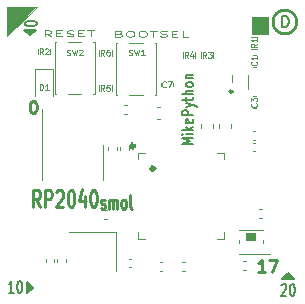
<source format=gbr>
%TF.GenerationSoftware,KiCad,Pcbnew,(5.99.0-13244-g73f40b11ee)*%
%TF.CreationDate,2021-12-16T18:40:11-08:00*%
%TF.ProjectId,MiniMike_RP2040,4d696e69-4d69-46b6-955f-525032303430,rev?*%
%TF.SameCoordinates,Original*%
%TF.FileFunction,Legend,Top*%
%TF.FilePolarity,Positive*%
%FSLAX46Y46*%
G04 Gerber Fmt 4.6, Leading zero omitted, Abs format (unit mm)*
G04 Created by KiCad (PCBNEW (5.99.0-13244-g73f40b11ee)) date 2021-12-16 18:40:11*
%MOMM*%
%LPD*%
G01*
G04 APERTURE LIST*
%ADD10C,0.010000*%
%ADD11C,0.200000*%
%ADD12C,0.150000*%
%ADD13C,0.250000*%
%ADD14C,0.125000*%
%ADD15C,0.120000*%
%ADD16C,0.050000*%
%ADD17C,0.240278*%
%ADD18C,0.342843*%
G04 APERTURE END LIST*
D10*
X126600000Y-99100000D02*
X126600000Y-96600000D01*
X126600000Y-96600000D02*
X129100000Y-96600000D01*
X129100000Y-96600000D02*
X126600000Y-99100000D01*
G36*
X126600000Y-99100000D02*
G01*
X126600000Y-96600000D01*
X129100000Y-96600000D01*
X126600000Y-99100000D01*
G37*
X126600000Y-99100000D02*
X126600000Y-96600000D01*
X129100000Y-96600000D01*
X126600000Y-99100000D01*
D11*
X128040002Y-98532000D02*
X128540002Y-99031998D01*
X128540002Y-99031998D02*
X129040000Y-98532000D01*
X129040000Y-98532000D02*
X128040002Y-98532000D01*
G36*
X128540002Y-99031998D02*
G01*
X128040002Y-98532000D01*
X129040000Y-98532000D01*
X128540002Y-99031998D01*
G37*
X128540002Y-99031998D02*
X128040002Y-98532000D01*
X129040000Y-98532000D01*
X128540002Y-99031998D01*
D10*
X147300000Y-98900000D02*
X148700000Y-98900000D01*
X148700000Y-98900000D02*
X148700000Y-97500000D01*
X148700000Y-97500000D02*
X147300000Y-97500000D01*
X147300000Y-97500000D02*
X147300000Y-98900000D01*
G36*
X147300000Y-98900000D02*
G01*
X148700000Y-98900000D01*
X148700000Y-97500000D01*
X147300000Y-97500000D01*
X147300000Y-98900000D01*
G37*
D11*
X150876000Y-119630000D02*
X150376000Y-119130000D01*
X150376000Y-119130000D02*
X149876000Y-119630000D01*
X149876000Y-119630000D02*
X150876000Y-119630000D01*
G36*
X150876000Y-119630000D02*
G01*
X149876000Y-119630000D01*
X150376000Y-119130000D01*
X150876000Y-119630000D01*
G37*
X150876000Y-119630000D02*
X149876000Y-119630000D01*
X150376000Y-119130000D01*
X150876000Y-119630000D01*
X128286001Y-120875999D02*
X128786000Y-120376000D01*
X128786000Y-120376000D02*
X128286001Y-119875999D01*
X128286001Y-119875999D02*
X128286001Y-120875999D01*
G36*
X128786000Y-120376000D02*
G01*
X128286001Y-120875999D01*
X128286001Y-119875999D01*
X128786000Y-120376000D01*
G37*
X128786000Y-120376000D02*
X128286001Y-120875999D01*
X128286001Y-119875999D01*
X128786000Y-120376000D01*
D12*
X127143142Y-120828379D02*
X126714571Y-120828379D01*
X126928857Y-120828379D02*
X126928857Y-119828379D01*
X126857428Y-119971237D01*
X126786000Y-120066475D01*
X126714571Y-120114094D01*
X127607428Y-119828379D02*
X127678857Y-119828379D01*
X127750285Y-119875999D01*
X127786000Y-119923618D01*
X127821714Y-120018856D01*
X127857428Y-120209332D01*
X127857428Y-120447427D01*
X127821714Y-120637903D01*
X127786000Y-120733141D01*
X127750285Y-120780760D01*
X127678857Y-120828379D01*
X127607428Y-120828379D01*
X127536000Y-120780760D01*
X127500285Y-120733141D01*
X127464571Y-120637903D01*
X127428857Y-120447427D01*
X127428857Y-120209332D01*
X127464571Y-120018856D01*
X127500285Y-119923618D01*
X127536000Y-119875999D01*
X127607428Y-119828379D01*
D13*
X129376190Y-113533333D02*
X129042857Y-112866666D01*
X128804761Y-113533333D02*
X128804761Y-112133333D01*
X129185714Y-112133333D01*
X129280952Y-112200000D01*
X129328571Y-112266666D01*
X129376190Y-112400000D01*
X129376190Y-112600000D01*
X129328571Y-112733333D01*
X129280952Y-112800000D01*
X129185714Y-112866666D01*
X128804761Y-112866666D01*
X129804761Y-113533333D02*
X129804761Y-112133333D01*
X130185714Y-112133333D01*
X130280952Y-112200000D01*
X130328571Y-112266666D01*
X130376190Y-112400000D01*
X130376190Y-112600000D01*
X130328571Y-112733333D01*
X130280952Y-112800000D01*
X130185714Y-112866666D01*
X129804761Y-112866666D01*
X130757142Y-112266666D02*
X130804761Y-112200000D01*
X130900000Y-112133333D01*
X131138095Y-112133333D01*
X131233333Y-112200000D01*
X131280952Y-112266666D01*
X131328571Y-112400000D01*
X131328571Y-112533333D01*
X131280952Y-112733333D01*
X130709523Y-113533333D01*
X131328571Y-113533333D01*
X131947619Y-112133333D02*
X132042857Y-112133333D01*
X132138095Y-112200000D01*
X132185714Y-112266666D01*
X132233333Y-112400000D01*
X132280952Y-112666666D01*
X132280952Y-113000000D01*
X132233333Y-113266666D01*
X132185714Y-113400000D01*
X132138095Y-113466666D01*
X132042857Y-113533333D01*
X131947619Y-113533333D01*
X131852380Y-113466666D01*
X131804761Y-113400000D01*
X131757142Y-113266666D01*
X131709523Y-113000000D01*
X131709523Y-112666666D01*
X131757142Y-112400000D01*
X131804761Y-112266666D01*
X131852380Y-112200000D01*
X131947619Y-112133333D01*
X133138095Y-112600000D02*
X133138095Y-113533333D01*
X132900000Y-112066666D02*
X132661904Y-113066666D01*
X133280952Y-113066666D01*
X133852380Y-112133333D02*
X133947619Y-112133333D01*
X134042857Y-112200000D01*
X134090476Y-112266666D01*
X134138095Y-112400000D01*
X134185714Y-112666666D01*
X134185714Y-113000000D01*
X134138095Y-113266666D01*
X134090476Y-113400000D01*
X134042857Y-113466666D01*
X133947619Y-113533333D01*
X133852380Y-113533333D01*
X133757142Y-113466666D01*
X133709523Y-113400000D01*
X133661904Y-113266666D01*
X133614285Y-113000000D01*
X133614285Y-112666666D01*
X133661904Y-112400000D01*
X133709523Y-112266666D01*
X133757142Y-112200000D01*
X133852380Y-112133333D01*
X134528571Y-113633333D02*
X134604761Y-113686666D01*
X134757142Y-113686666D01*
X134833333Y-113633333D01*
X134871428Y-113526666D01*
X134871428Y-113473333D01*
X134833333Y-113366666D01*
X134757142Y-113313333D01*
X134642857Y-113313333D01*
X134566666Y-113260000D01*
X134528571Y-113153333D01*
X134528571Y-113100000D01*
X134566666Y-112993333D01*
X134642857Y-112940000D01*
X134757142Y-112940000D01*
X134833333Y-112993333D01*
X135214285Y-113686666D02*
X135214285Y-112940000D01*
X135214285Y-113046666D02*
X135252380Y-112993333D01*
X135328571Y-112940000D01*
X135442857Y-112940000D01*
X135519047Y-112993333D01*
X135557142Y-113100000D01*
X135557142Y-113686666D01*
X135557142Y-113100000D02*
X135595238Y-112993333D01*
X135671428Y-112940000D01*
X135785714Y-112940000D01*
X135861904Y-112993333D01*
X135900000Y-113100000D01*
X135900000Y-113686666D01*
X136395238Y-113686666D02*
X136319047Y-113633333D01*
X136280952Y-113580000D01*
X136242857Y-113473333D01*
X136242857Y-113153333D01*
X136280952Y-113046666D01*
X136319047Y-112993333D01*
X136395238Y-112940000D01*
X136509523Y-112940000D01*
X136585714Y-112993333D01*
X136623809Y-113046666D01*
X136661904Y-113153333D01*
X136661904Y-113473333D01*
X136623809Y-113580000D01*
X136585714Y-113633333D01*
X136509523Y-113686666D01*
X136395238Y-113686666D01*
X137119047Y-113686666D02*
X137042857Y-113633333D01*
X137004761Y-113526666D01*
X137004761Y-112566666D01*
D12*
X129079619Y-97996284D02*
X129079619Y-98067713D01*
X129032000Y-98139141D01*
X128984380Y-98174856D01*
X128889142Y-98210570D01*
X128698666Y-98246284D01*
X128460571Y-98246284D01*
X128270095Y-98210570D01*
X128174857Y-98174856D01*
X128127238Y-98139141D01*
X128079619Y-98067713D01*
X128079619Y-97996284D01*
X128127238Y-97924856D01*
X128174857Y-97889141D01*
X128270095Y-97853427D01*
X128460571Y-97817713D01*
X128698666Y-97817713D01*
X128889142Y-97853427D01*
X128984380Y-97889141D01*
X129032000Y-97924856D01*
X129079619Y-97996284D01*
X142352380Y-108246428D02*
X141352380Y-108246428D01*
X142066666Y-107996428D01*
X141352380Y-107746428D01*
X142352380Y-107746428D01*
X142352380Y-107389285D02*
X141685714Y-107389285D01*
X141352380Y-107389285D02*
X141400000Y-107425000D01*
X141447619Y-107389285D01*
X141400000Y-107353571D01*
X141352380Y-107389285D01*
X141447619Y-107389285D01*
X142352380Y-107032142D02*
X141352380Y-107032142D01*
X141971428Y-106960714D02*
X142352380Y-106746428D01*
X141685714Y-106746428D02*
X142066666Y-107032142D01*
X142304761Y-106139285D02*
X142352380Y-106210714D01*
X142352380Y-106353571D01*
X142304761Y-106425000D01*
X142209523Y-106460714D01*
X141828571Y-106460714D01*
X141733333Y-106425000D01*
X141685714Y-106353571D01*
X141685714Y-106210714D01*
X141733333Y-106139285D01*
X141828571Y-106103571D01*
X141923809Y-106103571D01*
X142019047Y-106460714D01*
X142352380Y-105782142D02*
X141352380Y-105782142D01*
X141352380Y-105496428D01*
X141400000Y-105425000D01*
X141447619Y-105389285D01*
X141542857Y-105353571D01*
X141685714Y-105353571D01*
X141780952Y-105389285D01*
X141828571Y-105425000D01*
X141876190Y-105496428D01*
X141876190Y-105782142D01*
X141685714Y-105103571D02*
X142352380Y-104925000D01*
X141685714Y-104746428D02*
X142352380Y-104925000D01*
X142590476Y-104996428D01*
X142638095Y-105032142D01*
X142685714Y-105103571D01*
X141685714Y-104567857D02*
X141685714Y-104282142D01*
X141352380Y-104460714D02*
X142209523Y-104460714D01*
X142304761Y-104425000D01*
X142352380Y-104353571D01*
X142352380Y-104282142D01*
X142352380Y-104032142D02*
X141352380Y-104032142D01*
X142352380Y-103710714D02*
X141828571Y-103710714D01*
X141733333Y-103746428D01*
X141685714Y-103817857D01*
X141685714Y-103925000D01*
X141733333Y-103996428D01*
X141780952Y-104032142D01*
X142352380Y-103246428D02*
X142304761Y-103317857D01*
X142257142Y-103353571D01*
X142161904Y-103389285D01*
X141876190Y-103389285D01*
X141780952Y-103353571D01*
X141733333Y-103317857D01*
X141685714Y-103246428D01*
X141685714Y-103139285D01*
X141733333Y-103067857D01*
X141780952Y-103032142D01*
X141876190Y-102996428D01*
X142161904Y-102996428D01*
X142257142Y-103032142D01*
X142304761Y-103067857D01*
X142352380Y-103139285D01*
X142352380Y-103246428D01*
X141685714Y-102675000D02*
X142352380Y-102675000D01*
X141780952Y-102675000D02*
X141733333Y-102639285D01*
X141685714Y-102567857D01*
X141685714Y-102460714D01*
X141733333Y-102389285D01*
X141828571Y-102353571D01*
X142352380Y-102353571D01*
X149804571Y-120177619D02*
X149840285Y-120130000D01*
X149911714Y-120082380D01*
X150090285Y-120082380D01*
X150161714Y-120130000D01*
X150197428Y-120177619D01*
X150233142Y-120272857D01*
X150233142Y-120368095D01*
X150197428Y-120510952D01*
X149768857Y-121082380D01*
X150233142Y-121082380D01*
X150697428Y-120082380D02*
X150768857Y-120082380D01*
X150840285Y-120130000D01*
X150876000Y-120177619D01*
X150911714Y-120272857D01*
X150947428Y-120463333D01*
X150947428Y-120701428D01*
X150911714Y-120891904D01*
X150876000Y-120987142D01*
X150840285Y-121034761D01*
X150768857Y-121082380D01*
X150697428Y-121082380D01*
X150626000Y-121034761D01*
X150590285Y-120987142D01*
X150554571Y-120891904D01*
X150518857Y-120701428D01*
X150518857Y-120463333D01*
X150554571Y-120272857D01*
X150590285Y-120177619D01*
X150626000Y-120130000D01*
X150697428Y-120082380D01*
D14*
%TO.C,C1*%
X147684371Y-101256933D02*
X147708180Y-101280742D01*
X147731990Y-101352171D01*
X147731990Y-101399790D01*
X147708180Y-101471219D01*
X147660561Y-101518838D01*
X147612942Y-101542647D01*
X147517704Y-101566457D01*
X147446276Y-101566457D01*
X147351038Y-101542647D01*
X147303419Y-101518838D01*
X147255800Y-101471219D01*
X147231990Y-101399790D01*
X147231990Y-101352171D01*
X147255800Y-101280742D01*
X147279609Y-101256933D01*
X147731990Y-100780742D02*
X147731990Y-101066457D01*
X147731990Y-100923600D02*
X147231990Y-100923600D01*
X147303419Y-100971219D01*
X147351038Y-101018838D01*
X147374847Y-101066457D01*
%TO.C,R4*%
X141916666Y-100917190D02*
X141750000Y-100679095D01*
X141630952Y-100917190D02*
X141630952Y-100417190D01*
X141821428Y-100417190D01*
X141869047Y-100441000D01*
X141892857Y-100464809D01*
X141916666Y-100512428D01*
X141916666Y-100583857D01*
X141892857Y-100631476D01*
X141869047Y-100655285D01*
X141821428Y-100679095D01*
X141630952Y-100679095D01*
X142345238Y-100583857D02*
X142345238Y-100917190D01*
X142226190Y-100393380D02*
X142107142Y-100750523D01*
X142416666Y-100750523D01*
%TO.C,R3*%
X143416666Y-100942590D02*
X143250000Y-100704495D01*
X143130952Y-100942590D02*
X143130952Y-100442590D01*
X143321428Y-100442590D01*
X143369047Y-100466400D01*
X143392857Y-100490209D01*
X143416666Y-100537828D01*
X143416666Y-100609257D01*
X143392857Y-100656876D01*
X143369047Y-100680685D01*
X143321428Y-100704495D01*
X143130952Y-100704495D01*
X143583333Y-100442590D02*
X143892857Y-100442590D01*
X143726190Y-100633066D01*
X143797619Y-100633066D01*
X143845238Y-100656876D01*
X143869047Y-100680685D01*
X143892857Y-100728304D01*
X143892857Y-100847352D01*
X143869047Y-100894971D01*
X143845238Y-100918780D01*
X143797619Y-100942590D01*
X143654761Y-100942590D01*
X143607142Y-100918780D01*
X143583333Y-100894971D01*
%TO.C,D1*%
X129331352Y-103634990D02*
X129331352Y-103134990D01*
X129450400Y-103134990D01*
X129521828Y-103158800D01*
X129569447Y-103206419D01*
X129593257Y-103254038D01*
X129617066Y-103349276D01*
X129617066Y-103420704D01*
X129593257Y-103515942D01*
X129569447Y-103563561D01*
X129521828Y-103611180D01*
X129450400Y-103634990D01*
X129331352Y-103634990D01*
X130093257Y-103634990D02*
X129807542Y-103634990D01*
X129950400Y-103634990D02*
X129950400Y-103134990D01*
X129902780Y-103206419D01*
X129855161Y-103254038D01*
X129807542Y-103277847D01*
D13*
X128738380Y-104588380D02*
X128833619Y-104588380D01*
X128928857Y-104636000D01*
X128976476Y-104683619D01*
X129024095Y-104778857D01*
X129071714Y-104969333D01*
X129071714Y-105207428D01*
X129024095Y-105397904D01*
X128976476Y-105493142D01*
X128928857Y-105540761D01*
X128833619Y-105588380D01*
X128738380Y-105588380D01*
X128643142Y-105540761D01*
X128595523Y-105493142D01*
X128547904Y-105397904D01*
X128500285Y-105207428D01*
X128500285Y-104969333D01*
X128547904Y-104778857D01*
X128595523Y-104683619D01*
X128643142Y-104636000D01*
X128738380Y-104588380D01*
X148407523Y-119050380D02*
X147836095Y-119050380D01*
X148121809Y-119050380D02*
X148121809Y-118050380D01*
X148026571Y-118193238D01*
X147931333Y-118288476D01*
X147836095Y-118336095D01*
X148740857Y-118050380D02*
X149407523Y-118050380D01*
X148978952Y-119050380D01*
D14*
%TO.C,R5*%
X134798666Y-103736590D02*
X134632000Y-103498495D01*
X134512952Y-103736590D02*
X134512952Y-103236590D01*
X134703428Y-103236590D01*
X134751047Y-103260400D01*
X134774857Y-103284209D01*
X134798666Y-103331828D01*
X134798666Y-103403257D01*
X134774857Y-103450876D01*
X134751047Y-103474685D01*
X134703428Y-103498495D01*
X134512952Y-103498495D01*
X135251047Y-103236590D02*
X135012952Y-103236590D01*
X134989142Y-103474685D01*
X135012952Y-103450876D01*
X135060571Y-103427066D01*
X135179619Y-103427066D01*
X135227238Y-103450876D01*
X135251047Y-103474685D01*
X135274857Y-103522304D01*
X135274857Y-103641352D01*
X135251047Y-103688971D01*
X135227238Y-103712780D01*
X135179619Y-103736590D01*
X135060571Y-103736590D01*
X135012952Y-103712780D01*
X134989142Y-103688971D01*
%TO.C,C3*%
X147684372Y-104787543D02*
X147708181Y-104811352D01*
X147731991Y-104882781D01*
X147731991Y-104930400D01*
X147708181Y-105001829D01*
X147660562Y-105049448D01*
X147612943Y-105073257D01*
X147517705Y-105097067D01*
X147446277Y-105097067D01*
X147351039Y-105073257D01*
X147303420Y-105049448D01*
X147255801Y-105001829D01*
X147231991Y-104930400D01*
X147231991Y-104882781D01*
X147255801Y-104811352D01*
X147279610Y-104787543D01*
X147231991Y-104620876D02*
X147231991Y-104311352D01*
X147422467Y-104478019D01*
X147422467Y-104406590D01*
X147446277Y-104358971D01*
X147470086Y-104335162D01*
X147517705Y-104311352D01*
X147636753Y-104311352D01*
X147684372Y-104335162D01*
X147708181Y-104358971D01*
X147731991Y-104406590D01*
X147731991Y-104549448D01*
X147708181Y-104597067D01*
X147684372Y-104620876D01*
%TO.C,SW2*%
X131633333Y-100702380D02*
X131704761Y-100726190D01*
X131823809Y-100726190D01*
X131871428Y-100702380D01*
X131895238Y-100678571D01*
X131919047Y-100630952D01*
X131919047Y-100583333D01*
X131895238Y-100535714D01*
X131871428Y-100511904D01*
X131823809Y-100488095D01*
X131728571Y-100464285D01*
X131680952Y-100440476D01*
X131657142Y-100416666D01*
X131633333Y-100369047D01*
X131633333Y-100321428D01*
X131657142Y-100273809D01*
X131680952Y-100250000D01*
X131728571Y-100226190D01*
X131847619Y-100226190D01*
X131919047Y-100250000D01*
X132085714Y-100226190D02*
X132204761Y-100726190D01*
X132300000Y-100369047D01*
X132395238Y-100726190D01*
X132514285Y-100226190D01*
X132680952Y-100273809D02*
X132704761Y-100250000D01*
X132752380Y-100226190D01*
X132871428Y-100226190D01*
X132919047Y-100250000D01*
X132942857Y-100273809D01*
X132966666Y-100321428D01*
X132966666Y-100369047D01*
X132942857Y-100440476D01*
X132657142Y-100726190D01*
X132966666Y-100726190D01*
X130330819Y-99113790D02*
X129997485Y-98875695D01*
X129759390Y-99113790D02*
X129759390Y-98613790D01*
X130140342Y-98613790D01*
X130235580Y-98637600D01*
X130283200Y-98661409D01*
X130330819Y-98709028D01*
X130330819Y-98780457D01*
X130283200Y-98828076D01*
X130235580Y-98851885D01*
X130140342Y-98875695D01*
X129759390Y-98875695D01*
X130759390Y-98851885D02*
X131092723Y-98851885D01*
X131235580Y-99113790D02*
X130759390Y-99113790D01*
X130759390Y-98613790D01*
X131235580Y-98613790D01*
X131616533Y-99089980D02*
X131759390Y-99113790D01*
X131997485Y-99113790D01*
X132092723Y-99089980D01*
X132140342Y-99066171D01*
X132187961Y-99018552D01*
X132187961Y-98970933D01*
X132140342Y-98923314D01*
X132092723Y-98899504D01*
X131997485Y-98875695D01*
X131807009Y-98851885D01*
X131711771Y-98828076D01*
X131664152Y-98804266D01*
X131616533Y-98756647D01*
X131616533Y-98709028D01*
X131664152Y-98661409D01*
X131711771Y-98637600D01*
X131807009Y-98613790D01*
X132045104Y-98613790D01*
X132187961Y-98637600D01*
X132616533Y-98851885D02*
X132949866Y-98851885D01*
X133092723Y-99113790D02*
X132616533Y-99113790D01*
X132616533Y-98613790D01*
X133092723Y-98613790D01*
X133378438Y-98613790D02*
X133949866Y-98613790D01*
X133664152Y-99113790D02*
X133664152Y-98613790D01*
%TO.C,R6*%
X134798666Y-100739390D02*
X134632000Y-100501295D01*
X134512952Y-100739390D02*
X134512952Y-100239390D01*
X134703428Y-100239390D01*
X134751047Y-100263200D01*
X134774857Y-100287009D01*
X134798666Y-100334628D01*
X134798666Y-100406057D01*
X134774857Y-100453676D01*
X134751047Y-100477485D01*
X134703428Y-100501295D01*
X134512952Y-100501295D01*
X135227238Y-100239390D02*
X135132000Y-100239390D01*
X135084380Y-100263200D01*
X135060571Y-100287009D01*
X135012952Y-100358438D01*
X134989142Y-100453676D01*
X134989142Y-100644152D01*
X135012952Y-100691771D01*
X135036761Y-100715580D01*
X135084380Y-100739390D01*
X135179619Y-100739390D01*
X135227238Y-100715580D01*
X135251047Y-100691771D01*
X135274857Y-100644152D01*
X135274857Y-100525104D01*
X135251047Y-100477485D01*
X135227238Y-100453676D01*
X135179619Y-100429866D01*
X135084380Y-100429866D01*
X135036761Y-100453676D01*
X135012952Y-100477485D01*
X134989142Y-100525104D01*
%TO.C,C7*%
X140016666Y-103384171D02*
X139992857Y-103407980D01*
X139921428Y-103431790D01*
X139873809Y-103431790D01*
X139802380Y-103407980D01*
X139754761Y-103360361D01*
X139730952Y-103312742D01*
X139707142Y-103217504D01*
X139707142Y-103146076D01*
X139730952Y-103050838D01*
X139754761Y-103003219D01*
X139802380Y-102955600D01*
X139873809Y-102931790D01*
X139921428Y-102931790D01*
X139992857Y-102955600D01*
X140016666Y-102979409D01*
X140183333Y-102931790D02*
X140516666Y-102931790D01*
X140302380Y-103431790D01*
D11*
%TO.C,MISC1*%
X149838095Y-98352380D02*
X149838095Y-97352380D01*
X150076190Y-97352380D01*
X150219047Y-97400000D01*
X150314285Y-97495238D01*
X150361904Y-97590476D01*
X150409523Y-97780952D01*
X150409523Y-97923809D01*
X150361904Y-98114285D01*
X150314285Y-98209523D01*
X150219047Y-98304761D01*
X150076190Y-98352380D01*
X149838095Y-98352380D01*
D14*
%TO.C,R1*%
X147731990Y-99732933D02*
X147493895Y-99899600D01*
X147731990Y-100018647D02*
X147231990Y-100018647D01*
X147231990Y-99828171D01*
X147255800Y-99780552D01*
X147279609Y-99756742D01*
X147327228Y-99732933D01*
X147398657Y-99732933D01*
X147446276Y-99756742D01*
X147470085Y-99780552D01*
X147493895Y-99828171D01*
X147493895Y-100018647D01*
X147731990Y-99256742D02*
X147731990Y-99542457D01*
X147731990Y-99399600D02*
X147231990Y-99399600D01*
X147303419Y-99447219D01*
X147351038Y-99494838D01*
X147374847Y-99542457D01*
%TO.C,SW1*%
X136883333Y-100702380D02*
X136954761Y-100726190D01*
X137073809Y-100726190D01*
X137121428Y-100702380D01*
X137145238Y-100678571D01*
X137169047Y-100630952D01*
X137169047Y-100583333D01*
X137145238Y-100535714D01*
X137121428Y-100511904D01*
X137073809Y-100488095D01*
X136978571Y-100464285D01*
X136930952Y-100440476D01*
X136907142Y-100416666D01*
X136883333Y-100369047D01*
X136883333Y-100321428D01*
X136907142Y-100273809D01*
X136930952Y-100250000D01*
X136978571Y-100226190D01*
X137097619Y-100226190D01*
X137169047Y-100250000D01*
X137335714Y-100226190D02*
X137454761Y-100726190D01*
X137550000Y-100369047D01*
X137645238Y-100726190D01*
X137764285Y-100226190D01*
X138216666Y-100726190D02*
X137930952Y-100726190D01*
X138073809Y-100726190D02*
X138073809Y-100226190D01*
X138026190Y-100297619D01*
X137978571Y-100345238D01*
X137930952Y-100369047D01*
X136052323Y-98877285D02*
X136195180Y-98901095D01*
X136242800Y-98924904D01*
X136290419Y-98972523D01*
X136290419Y-99043952D01*
X136242800Y-99091571D01*
X136195180Y-99115380D01*
X136099942Y-99139190D01*
X135718990Y-99139190D01*
X135718990Y-98639190D01*
X136052323Y-98639190D01*
X136147561Y-98663000D01*
X136195180Y-98686809D01*
X136242800Y-98734428D01*
X136242800Y-98782047D01*
X136195180Y-98829666D01*
X136147561Y-98853476D01*
X136052323Y-98877285D01*
X135718990Y-98877285D01*
X136909466Y-98639190D02*
X137099942Y-98639190D01*
X137195180Y-98663000D01*
X137290419Y-98710619D01*
X137338038Y-98805857D01*
X137338038Y-98972523D01*
X137290419Y-99067761D01*
X137195180Y-99115380D01*
X137099942Y-99139190D01*
X136909466Y-99139190D01*
X136814228Y-99115380D01*
X136718990Y-99067761D01*
X136671371Y-98972523D01*
X136671371Y-98805857D01*
X136718990Y-98710619D01*
X136814228Y-98663000D01*
X136909466Y-98639190D01*
X137957085Y-98639190D02*
X138147561Y-98639190D01*
X138242800Y-98663000D01*
X138338038Y-98710619D01*
X138385657Y-98805857D01*
X138385657Y-98972523D01*
X138338038Y-99067761D01*
X138242800Y-99115380D01*
X138147561Y-99139190D01*
X137957085Y-99139190D01*
X137861847Y-99115380D01*
X137766609Y-99067761D01*
X137718990Y-98972523D01*
X137718990Y-98805857D01*
X137766609Y-98710619D01*
X137861847Y-98663000D01*
X137957085Y-98639190D01*
X138671371Y-98639190D02*
X139242800Y-98639190D01*
X138957085Y-99139190D02*
X138957085Y-98639190D01*
X139528514Y-99115380D02*
X139671371Y-99139190D01*
X139909466Y-99139190D01*
X140004704Y-99115380D01*
X140052323Y-99091571D01*
X140099942Y-99043952D01*
X140099942Y-98996333D01*
X140052323Y-98948714D01*
X140004704Y-98924904D01*
X139909466Y-98901095D01*
X139718990Y-98877285D01*
X139623752Y-98853476D01*
X139576133Y-98829666D01*
X139528514Y-98782047D01*
X139528514Y-98734428D01*
X139576133Y-98686809D01*
X139623752Y-98663000D01*
X139718990Y-98639190D01*
X139957085Y-98639190D01*
X140099942Y-98663000D01*
X140528514Y-98877285D02*
X140861847Y-98877285D01*
X141004704Y-99139190D02*
X140528514Y-99139190D01*
X140528514Y-98639190D01*
X141004704Y-98639190D01*
X141909466Y-99139190D02*
X141433276Y-99139190D01*
X141433276Y-98639190D01*
%TO.C,R2*%
X129617066Y-100637790D02*
X129450400Y-100399695D01*
X129331352Y-100637790D02*
X129331352Y-100137790D01*
X129521828Y-100137790D01*
X129569447Y-100161600D01*
X129593257Y-100185409D01*
X129617066Y-100233028D01*
X129617066Y-100304457D01*
X129593257Y-100352076D01*
X129569447Y-100375885D01*
X129521828Y-100399695D01*
X129331352Y-100399695D01*
X129807542Y-100185409D02*
X129831352Y-100161600D01*
X129878971Y-100137790D01*
X129998019Y-100137790D01*
X130045638Y-100161600D01*
X130069447Y-100185409D01*
X130093257Y-100233028D01*
X130093257Y-100280647D01*
X130069447Y-100352076D01*
X129783733Y-100637790D01*
X130093257Y-100637790D01*
D15*
%TO.C,C14*%
X146807836Y-118860000D02*
X146592164Y-118860000D01*
X146807836Y-118140000D02*
X146592164Y-118140000D01*
%TO.C,C1*%
X147359420Y-101710000D02*
X147640580Y-101710000D01*
X147359420Y-100690000D02*
X147640580Y-100690000D01*
%TO.C,C6*%
X139492164Y-118240000D02*
X139707836Y-118240000D01*
X139492164Y-118960000D02*
X139707836Y-118960000D01*
%TO.C,R4*%
X142522500Y-100937258D02*
X142522500Y-100462742D01*
X141477500Y-100937258D02*
X141477500Y-100462742D01*
%TO.C,D2*%
X146184000Y-117516000D02*
X148851000Y-117516000D01*
X146184000Y-116373000D02*
X146184000Y-116627000D01*
X148216000Y-116373000D02*
X148216000Y-116627000D01*
X146184000Y-115484000D02*
X148216000Y-115484000D01*
D16*
X146819000Y-115738000D02*
X147581000Y-115738000D01*
X147581000Y-115738000D02*
X147581000Y-116373000D01*
X147581000Y-116373000D02*
X146819000Y-116373000D01*
X146819000Y-116373000D02*
X146819000Y-115738000D01*
G36*
X146819000Y-115738000D02*
G01*
X147581000Y-115738000D01*
X147581000Y-116373000D01*
X146819000Y-116373000D01*
X146819000Y-115738000D01*
G37*
D15*
%TO.C,R3*%
X142977500Y-100937258D02*
X142977500Y-100462742D01*
X144022500Y-100937258D02*
X144022500Y-100462742D01*
%TO.C,U3*%
X134735000Y-108300000D02*
X134735000Y-111300000D01*
X129515000Y-105300000D02*
X129515000Y-111300000D01*
%TO.C,U1*%
X145590012Y-102999997D02*
X145590012Y-102399997D01*
X147010012Y-103599997D02*
X147010012Y-102399997D01*
D17*
X145670151Y-103799997D02*
G75*
G03*
X145670151Y-103799997I-120139J0D01*
G01*
D15*
%TO.C,C13*%
X141607836Y-118960000D02*
X141392164Y-118960000D01*
X141607836Y-118240000D02*
X141392164Y-118240000D01*
%TO.C,C5*%
X147607836Y-108140000D02*
X147392164Y-108140000D01*
X147607836Y-108860000D02*
X147392164Y-108860000D01*
%TO.C,C4*%
X136860000Y-108492164D02*
X136860000Y-108707836D01*
X136140000Y-108492164D02*
X136140000Y-108707836D01*
%TO.C,D1*%
X130435000Y-101915000D02*
X128965000Y-101915000D01*
X130435000Y-104200000D02*
X130435000Y-101915000D01*
X128965000Y-101915000D02*
X128965000Y-104200000D01*
%TO.C,R5*%
X135422500Y-103262742D02*
X135422500Y-103737258D01*
X134377500Y-103262742D02*
X134377500Y-103737258D01*
%TO.C,C2*%
X145510000Y-106840580D02*
X145510000Y-106559420D01*
X144490000Y-106840580D02*
X144490000Y-106559420D01*
%TO.C,C3*%
X147640580Y-105210000D02*
X147359420Y-105210000D01*
X147640580Y-104190000D02*
X147359420Y-104190000D01*
%TO.C,SW2*%
X130600000Y-104000000D02*
X130720000Y-104000000D01*
X130720000Y-99600000D02*
X130600000Y-99600000D01*
X132870000Y-99600000D02*
X131730000Y-99600000D01*
X134000000Y-99600000D02*
X133880000Y-99600000D01*
X134000000Y-104000000D02*
X134000000Y-99600000D01*
X131730000Y-104000000D02*
X132870000Y-104000000D01*
X130600000Y-99600000D02*
X130600000Y-104000000D01*
X133880000Y-104000000D02*
X134000000Y-104000000D01*
%TO.C,C15*%
X135860000Y-108707836D02*
X135860000Y-108492164D01*
X135140000Y-108707836D02*
X135140000Y-108492164D01*
%TO.C,C8*%
X144010000Y-106559420D02*
X144010000Y-106840580D01*
X142990000Y-106559420D02*
X142990000Y-106840580D01*
%TO.C,C12*%
X139259420Y-106110000D02*
X139540580Y-106110000D01*
X139259420Y-105090000D02*
X139540580Y-105090000D01*
%TO.C,R6*%
X135422500Y-100262742D02*
X135422500Y-100737258D01*
X134377500Y-100262742D02*
X134377500Y-100737258D01*
%TO.C,C10*%
X148157836Y-113740000D02*
X147942164Y-113740000D01*
X148157836Y-114460000D02*
X147942164Y-114460000D01*
%TO.C,U2*%
X144932197Y-108967803D02*
X144363237Y-108967803D01*
X144932197Y-109536763D02*
X144932197Y-108967803D01*
X137667797Y-116232203D02*
X138236757Y-116232203D01*
X138236757Y-108967803D02*
X137667797Y-108967803D01*
X144932197Y-116232203D02*
X144932197Y-115663243D01*
X137667797Y-108967803D02*
X137667797Y-109536763D01*
X137667797Y-115663243D02*
X137667797Y-116232203D01*
X144363237Y-116232203D02*
X144932197Y-116232203D01*
D18*
X139071418Y-110300003D02*
G75*
G03*
X139071418Y-110300003I-171421J0D01*
G01*
X137371418Y-108400003D02*
G75*
G03*
X137371418Y-108400003I-171421J0D01*
G01*
D15*
%TO.C,C7*%
X139590000Y-103059420D02*
X139590000Y-103340580D01*
X140610000Y-103059420D02*
X140610000Y-103340580D01*
%TO.C,C17*%
X130560000Y-118207836D02*
X130560000Y-117992164D01*
X129840000Y-118207836D02*
X129840000Y-117992164D01*
%TO.C,C11*%
X134792164Y-114560000D02*
X135007836Y-114560000D01*
X134792164Y-113840000D02*
X135007836Y-113840000D01*
D13*
%TO.C,MISC1*%
X151100000Y-97900000D02*
G75*
G03*
X151100000Y-97900000I-1000000J0D01*
G01*
D15*
%TO.C,R1*%
X147737258Y-99177500D02*
X147262742Y-99177500D01*
X147737258Y-100222500D02*
X147262742Y-100222500D01*
%TO.C,C9*%
X147607836Y-107860000D02*
X147392164Y-107860000D01*
X147607836Y-107140000D02*
X147392164Y-107140000D01*
%TO.C,R8*%
X130820000Y-118253641D02*
X130820000Y-117946359D01*
X131580000Y-118253641D02*
X131580000Y-117946359D01*
%TO.C,Y1*%
X135800000Y-115650000D02*
X131800000Y-115650000D01*
X135800000Y-118950000D02*
X135800000Y-115650000D01*
%TO.C,SW1*%
X138070000Y-99700000D02*
X136930000Y-99700000D01*
X136930000Y-104100000D02*
X138070000Y-104100000D01*
X139080000Y-104100000D02*
X139200000Y-104100000D01*
X135920000Y-99700000D02*
X135800000Y-99700000D01*
X139200000Y-104100000D02*
X139200000Y-99700000D01*
X135800000Y-99700000D02*
X135800000Y-104100000D01*
X135800000Y-104100000D02*
X135920000Y-104100000D01*
X139200000Y-99700000D02*
X139080000Y-99700000D01*
%TO.C,R7*%
X136446359Y-105680000D02*
X136753641Y-105680000D01*
X136446359Y-104920000D02*
X136753641Y-104920000D01*
%TO.C,R2*%
X130222500Y-100162742D02*
X130222500Y-100637258D01*
X129177500Y-100162742D02*
X129177500Y-100637258D01*
%TO.C,C16*%
X137107836Y-117940000D02*
X136892164Y-117940000D01*
X137107836Y-118660000D02*
X136892164Y-118660000D01*
%TD*%
M02*

</source>
